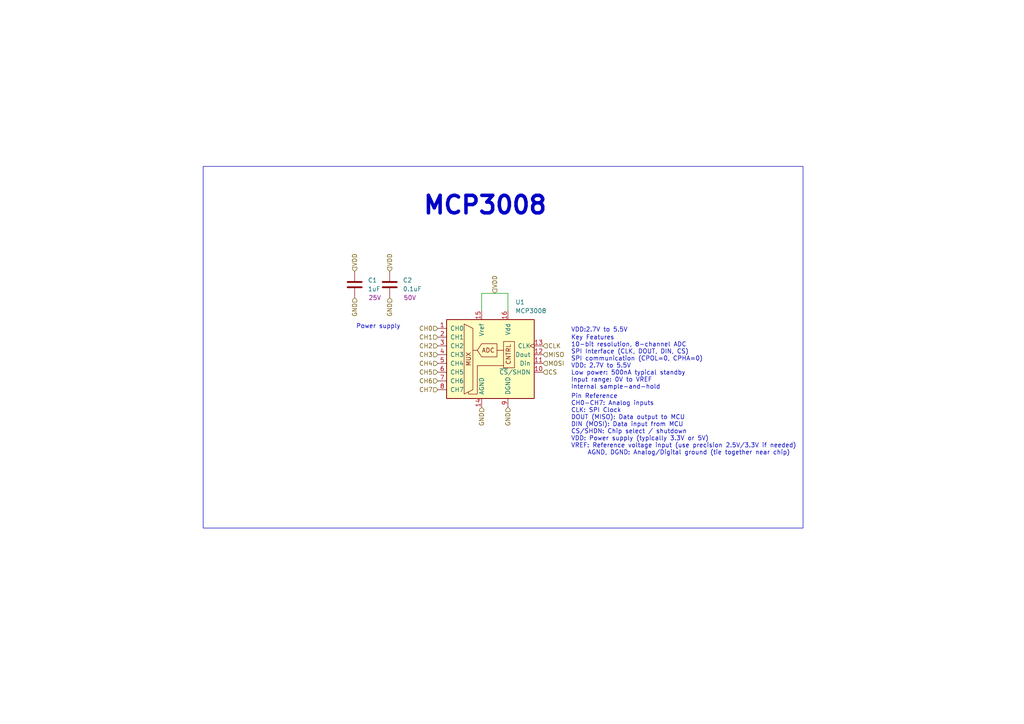
<source format=kicad_sch>
(kicad_sch (version 20250114) (generator "eeschema") (generator_version "9.0")
  (paper "A4")
  (lib_symbols
    (symbol "Analog_ADC:MCP3008" (pin_names (offset 1.016))
      (property "Reference" "U" (at -5.08 13.335 0))
      (property "Value" "MCP3008" (at -5.08 11.43 0))
      (symbol "MCP3008_0_0"
        (text "MUX" (at -6.35 -1.27 900) (effects (font (size 1.27 1.27))))
        (text "ADC" (at -0.635 1.27 0) (effects (font (size 1.27 1.27))))
        (text "CNTRL" (at 5.969 -2.921 900) (effects (font (size 1.27 1.27)) (justify left bottom)))
      )
      (symbol "MCP3008_0_1"
        (polyline (pts (xy -7.62 8.89) (xy -7.62 -11.43) (xy -5.08 -10.16) (xy -5.08 7.62) (xy -7.62 8.89)))
        (polyline (pts (xy -3.81 1.27) (xy -5.08 1.27)))
        (polyline (pts (xy 1.905 3.175) (xy 1.905 -0.635) (xy -2.54 -0.635) (xy -3.81 1.27) (xy -2.54 3.175) (xy 1.905 3.175)))
        (polyline (pts (xy 1.905 1.27) (xy 3.81 1.27)))
        (polyline (pts (xy 3.81 -3.175) (xy -3.81 -3.175) (xy -3.81 -11.43) (xy -6.35 -11.43) (xy -6.35 -10.795)))
        (rectangle (start 3.81 -3.81) (end 6.985 3.81))
        (rectangle (start 12.7 -12.7) (end -12.7 10.16) (stroke (width 0.254)) (fill (type background)))
      )
      (symbol "MCP3008_1_1"
        (pin input line (at -15.24 7.62 0) (length 2.54) (name "CH0") (number "1"))
        (pin input line (at -15.24 5.08 0) (length 2.54) (name "CH1") (number "2"))
        (pin input line (at -15.24 2.54 0) (length 2.54) (name "CH2") (number "3"))
        (pin input line (at -15.24 0 0) (length 2.54) (name "CH3") (number "4"))
        (pin input line (at -15.24 -2.54 0) (length 2.54) (name "CH4") (number "5"))
        (pin input line (at -15.24 -5.08 0) (length 2.54) (name "CH5") (number "6"))
        (pin input line (at -15.24 -7.62 0) (length 2.54) (name "CH6") (number "7"))
        (pin input line (at -15.24 -10.16 0) (length 2.54) (name "CH7") (number "8"))
        (pin power_in line (at -2.54 12.7 270) (length 2.54) (name "Vref") (number "15"))
        (pin power_in line (at -2.54 -15.24 90) (length 2.54) (name "AGND") (number "14"))
        (pin power_in line (at 5.08 12.7 270) (length 2.54) (name "Vdd") (number "16"))
        (pin power_in line (at 5.08 -15.24 90) (length 2.54) (name "DGND") (number "9"))
        (pin input clock (at 15.24 2.54 180) (length 2.54) (name "CLK") (number "13"))
        (pin output line (at 15.24 0 180) (length 2.54) (name "Dout") (number "12"))
        (pin input line (at 15.24 -2.54 180) (length 2.54) (name "Din") (number "11"))
        (pin input line (at 15.24 -5.08 180) (length 2.54) (name "~{CS}/SHDN") (number "10"))
      )
    )
    (symbol "Library:C" (pin_numbers (hide yes)) (pin_names (offset 0.254))
      (property "Reference" "C" (at 0.635 2.54 0))
      (property "Value" "C" (at 0.635 -2.54 0))
      (symbol "C_0_1"
        (polyline (pts (xy -2.032 0.762) (xy 2.032 0.762)) (stroke (width 0.508)))
        (polyline (pts (xy -2.032 -0.762) (xy 2.032 -0.762)) (stroke (width 0.508)))
      )
      (symbol "C_1_1"
        (pin passive line (at 0 3.81 270) (length 2.794) (name "~") (number "1"))
        (pin passive line (at 0 -3.81 90) (length 2.794) (name "~") (number "2"))
      )
    )
  )
  (rectangle (start 58.928 48.26) (end 232.918 153.162))
  (text "VDD:2.7V to 5.5V" (at 165.608 95.758 0) (effects (font (size 1.27 1.27)) (justify left)))
  (text "MCP3008" (at 140.716 59.69 0) (effects (font (size 5.08 5.08) (thickness 1.016) (bold yes))))
  (text "Power supply\n" (at 109.728 94.742 0) (effects (font (size 1.27 1.27))))
  (text "Key Features\n10-bit resolution, 8-channel ADC\nSPI Interface (CLK, DOUT, DIN, CS)\nSPI communication (CPOL=0, CPHA=0)\nVDD: 2.7V to 5.5V\nLow power: 500nA typical standby\nInput range: 0V to VREF\nInternal sample-and-hold" (at 165.608 105.156 0) (effects (font (size 1.27 1.27)) (justify left)))
  (text "Pin Reference\nCH0-CH7: Analog inputs\nCLK: SPI Clock\nDOUT (MISO): Data output to MCU\nDIN (MOSI): Data input from MCU\nCS/SHDN: Chip select / shutdown\nVDD: Power supply (typically 3.3V or 5V)\nVREF: Reference voltage input (use precision 2.5V/3.3V if needed)\n	AGND, DGND: Analog/Digital ground (tie together near chip)" (at 165.608 123.19 0) (effects (font (size 1.27 1.27)) (justify left)))
  (wire (pts (xy 139.7 85.09) (xy 147.32 85.09)))
  (wire (pts (xy 139.7 85.09) (xy 139.7 90.17)))
  (wire (pts (xy 147.32 90.17) (xy 147.32 85.09)))
  (hierarchical_label "GND" (shape input) (at 139.7 118.11 270))
  (hierarchical_label "CH0" (shape input) (at 127 95.25 180))
  (hierarchical_label "CH3" (shape input) (at 127 102.87 180))
  (hierarchical_label "CH4" (shape input) (at 127 105.41 180))
  (hierarchical_label "MOSI" (shape input) (at 157.48 105.41 0))
  (hierarchical_label "CH1" (shape input) (at 127 97.79 180))
  (hierarchical_label "CS" (shape input) (at 157.48 107.95 0))
  (hierarchical_label "CH5" (shape input) (at 127 107.95 180))
  (hierarchical_label "MISO" (shape input) (at 157.48 102.87 0))
  (hierarchical_label "VDD" (shape input) (at 113.03 78.74 90))
  (hierarchical_label "VDD" (shape input) (at 143.51 85.09 90))
  (hierarchical_label "CH7" (shape input) (at 127 113.03 180))
  (hierarchical_label "GND" (shape input) (at 102.87 86.36 270))
  (hierarchical_label "VDD" (shape input) (at 102.87 78.74 90))
  (hierarchical_label "GND" (shape input) (at 113.03 86.36 270))
  (hierarchical_label "CH6" (shape input) (at 127 110.49 180))
  (hierarchical_label "CH2" (shape input) (at 127 100.33 180))
  (hierarchical_label "CLK" (shape input) (at 157.48 100.33 0))
  (hierarchical_label "GND" (shape input) (at 147.32 118.11 270))
  (symbol (lib_id "Library:C") (at 102.87 82.55 0) (unit 1)
    (property "Reference" "C1" (at 106.68 81.2799 0) (effects (justify left)))
    (property "Value" "1uF" (at 106.68 83.8199 0) (effects (justify left)))
    (property "Footprint" "Capacitor_SMD:C_0603_1608Metric" (effects (hide yes)))
    (property "Description" "Unpolarized capacitor" (effects (hide yes)))
    (property "package" "0603" (effects (hide yes)))
    (property "LCSC_part#" " C29936" (effects (hide yes)))
    (property "MPN" "CL10B105KA8NNNC" (effects (hide yes)))
    (property "Voltage" "25V" (at 108.712 86.36 0))
  )
  (symbol (lib_id "Analog_ADC:MCP3008") (at 142.24 102.87 0) (unit 1)
    (property "Reference" "U1" (at 149.4633 87.63 0) (effects (justify left)))
    (property "Value" "MCP3008" (at 149.4633 90.17 0) (effects (justify left)))
    (property "Footprint" "MCP3008:SOIC127P600X175-16N" (effects (hide yes)))
    (property "Datasheet" "http://ww1.microchip.com/downloads/en/DeviceDoc/21295d.pdf" (effects (hide yes)))
    (property "Description" "A/D Converter, 10-Bit, 8-Channel, SPI Interface , 2.7V-5.5V" (effects (hide yes)))
    (property "LCSC_part#" "C1520159" (effects (hide yes)))
    (property "MPN" "MCP3008-I/SL" (effects (hide yes)))
  )
  (symbol (lib_id "Library:C") (at 113.03 82.55 0) (unit 1)
    (property "Reference" "C2" (at 116.84 81.2799 0) (effects (justify left)))
    (property "Value" "0.1uF" (at 116.84 83.8199 0) (effects (justify left)))
    (property "Footprint" "Capacitor_SMD:C_0603_1608Metric" (effects (hide yes)))
    (property "Description" "Unpolarized capacitor" (effects (hide yes)))
    (property "package" "0603" (effects (hide yes)))
    (property "LCSC_part#" "C14663" (effects (hide yes)))
    (property "MPN" "CC0603KRX7R9BB104" (effects (hide yes)))
    (property "Voltage" "50V" (at 118.872 86.36 0))
  )
)
</source>
